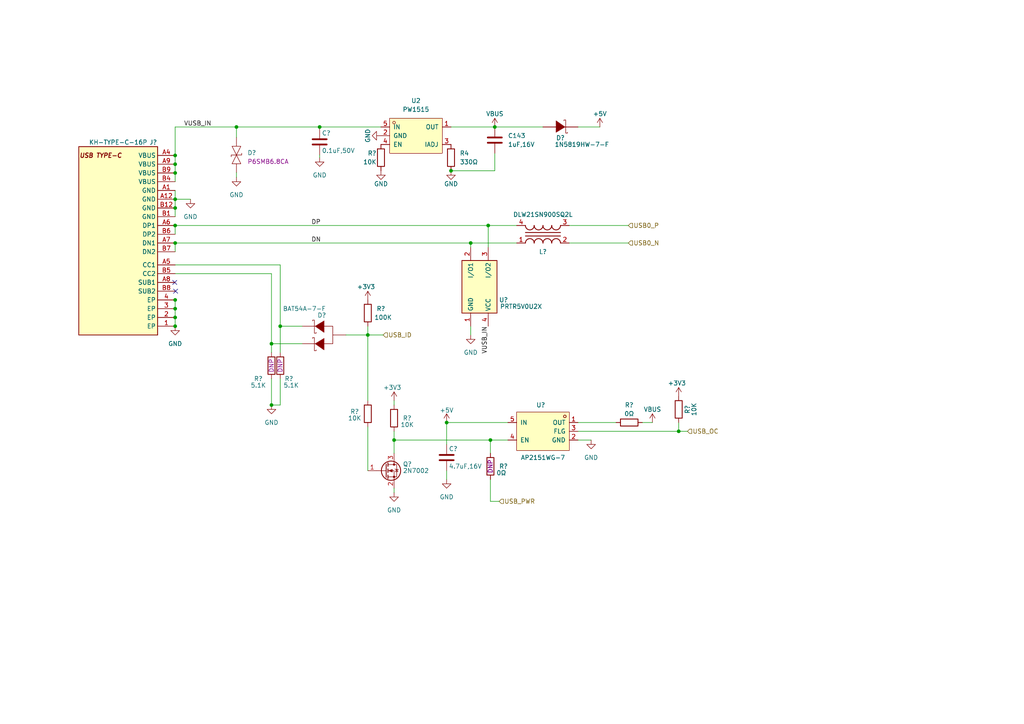
<source format=kicad_sch>
(kicad_sch (version 20230121) (generator eeschema)
  (paper "A4")
  (title_block (title "HPM6P00EVKRevB") (date "2024-10-13") (rev "RevB") (comment 1 "USB"))
  (lib_symbols
    (symbol "00_HPM_power:+3.3V" (power) (pin_names (offset 0))
      (property "Value" "+3.3V" (at 0 3.556 0))
      (symbol "+3.3V_0_1"
        (polyline (pts (xy -0.762 1.27) (xy 0 2.54)))
        (polyline (pts (xy 0 0) (xy 0 2.54)))
        (polyline (pts (xy 0 2.54) (xy 0.762 1.27)))
      )
      (symbol "+3.3V_1_1"
        (pin power_in line (at 0 0 90) (length 0) hide (name "+3V3") (number "1"))
      )
    )
    (symbol "00_HPM_power:+5V" (power) (pin_names (offset 0))
      (property "Value" "+5V" (at 0 3.556 0))
      (symbol "+5V_0_1"
        (polyline (pts (xy -0.762 1.27) (xy 0 2.54)))
        (polyline (pts (xy 0 0) (xy 0 2.54)))
        (polyline (pts (xy 0 2.54) (xy 0.762 1.27)))
      )
      (symbol "+5V_1_1"
        (pin power_in line (at 0 0 90) (length 0) hide (name "+5V") (number "1"))
      )
    )
    (symbol "00_HPM_power:GND" (power) (pin_names (offset 0))
      (property "Value" "GND" (at 0 -3.81 0))
      (symbol "GND_0_1"
        (polyline (pts (xy 0 0) (xy 0 -1.27) (xy 1.27 -1.27) (xy 0 -2.54) (xy -1.27 -1.27) (xy 0 -1.27)))
      )
      (symbol "GND_1_1"
        (pin power_in line (at 0 0 270) (length 0) hide (name "GND") (number "1"))
      )
    )
    (symbol "00_HPM_power:VBUS" (power) (pin_names (offset 0))
      (property "Value" "VBUS" (at 0 3.81 0))
      (symbol "VBUS_0_1"
        (polyline (pts (xy -0.762 1.27) (xy 0 2.54)))
        (polyline (pts (xy 0 0) (xy 0 2.54)))
        (polyline (pts (xy 0 2.54) (xy 0.762 1.27)))
      )
      (symbol "VBUS_1_1"
        (pin power_in line (at 0 0 90) (length 0) hide (name "VBUS") (number "1"))
      )
    )
    (symbol "02_HPM_Resistor:0Ω_0805" (pin_numbers hide) (pin_names (offset 0))
      (property "Reference" "R" (at 0 5.08 0))
      (property "Value" "0Ω" (at 1.27 7.62 0))
      (symbol "0Ω_0805_0_1"
        (rectangle (start 2.54 -1.016) (end -2.54 1.016) (stroke (width 0.254)))
      )
      (symbol "0Ω_0805_1_1"
        (pin passive line (at -3.81 0 0) (length 1.27) (name "~") (number "1"))
        (pin passive line (at 3.81 0 180) (length 1.27) (name "~") (number "2"))
      )
    )
    (symbol "02_HPM_Resistor:100K_0402" (pin_numbers hide) (pin_names (offset 0))
      (property "Reference" "R" (at 0 3.81 0))
      (property "Value" "100K" (at 0 6.35 0))
      (symbol "100K_0402_0_1"
        (rectangle (start 2.54 -1.016) (end -2.54 1.016) (stroke (width 0.254)))
      )
      (symbol "100K_0402_1_1"
        (pin passive line (at -3.81 0 0) (length 1.27) (name "~") (number "1"))
        (pin passive line (at 3.81 0 180) (length 1.27) (name "~") (number "2"))
      )
    )
    (symbol "02_HPM_Resistor:10K_0402" (pin_numbers hide) (pin_names (offset 0))
      (property "Reference" "R" (at 0 3.81 0))
      (property "Value" "10K" (at 0 6.35 0))
      (symbol "10K_0402_0_1"
        (rectangle (start 2.54 -1.016) (end -2.54 1.016) (stroke (width 0.254)))
      )
      (symbol "10K_0402_1_1"
        (pin passive line (at -3.81 0 0) (length 1.27) (name "~") (number "1"))
        (pin passive line (at 3.81 0 180) (length 1.27) (name "~") (number "2"))
      )
    )
    (symbol "02_HPM_Resistor:330Ω_0402" (pin_numbers hide) (pin_names (offset 0))
      (property "Reference" "R" (at 0 3.81 0))
      (property "Value" "330Ω" (at 0 6.35 0))
      (symbol "330Ω_0402_0_1"
        (rectangle (start 2.54 -1.016) (end -2.54 1.016) (stroke (width 0.254)))
      )
      (symbol "330Ω_0402_1_1"
        (pin passive line (at -3.81 0 0) (length 1.27) (name "~") (number "1"))
        (pin passive line (at 3.81 0 180) (length 1.27) (name "~") (number "2"))
      )
    )
    (symbol "02_HPM_Resistor:5.1K_0402" (pin_numbers hide) (pin_names (offset 0))
      (property "Reference" "R" (at 0 3.81 0))
      (property "Value" "5.1K" (at 0 7.62 0))
      (symbol "5.1K_0402_0_1"
        (rectangle (start 2.54 -1.016) (end -2.54 1.016) (stroke (width 0.254)))
      )
      (symbol "5.1K_0402_1_1"
        (pin passive line (at -3.81 0 0) (length 1.27) (name "~") (number "1"))
        (pin passive line (at 3.81 0 180) (length 1.27) (name "~") (number "2"))
      )
    )
    (symbol "03_HPM_Capacitance:0.1uF,50V_0402" (pin_numbers hide) (pin_names (offset 0.254))
      (property "Reference" "C" (at 0 10.16 0))
      (property "Value" "0.1uF,50V" (at -3.81 12.7 0))
      (symbol "0.1uF,50V_0402_0_1"
        (polyline (pts (xy -2.032 -0.762) (xy 2.032 -0.762)) (stroke (width 0.508)))
        (polyline (pts (xy -2.032 0.762) (xy 2.032 0.762)) (stroke (width 0.508)))
      )
      (symbol "0.1uF,50V_0402_1_1"
        (pin passive line (at 0 3.81 270) (length 2.794) (name "~") (number "1"))
        (pin passive line (at 0 -3.81 90) (length 2.794) (name "~") (number "2"))
      )
    )
    (symbol "03_HPM_Capacitance:1uF,16V_0402" (pin_numbers hide)
      (property "Reference" "C" (at 0 8.255 0))
      (property "Value" "1uF,16V" (at 0 11.43 0))
      (symbol "1uF,16V_0402_0_1"
        (polyline (pts (xy -2.032 -0.762) (xy 2.032 -0.762)) (stroke (width 0.508)))
        (polyline (pts (xy -2.032 0.762) (xy 2.032 0.762)) (stroke (width 0.508)))
      )
      (symbol "1uF,16V_0402_1_1"
        (pin passive line (at 0 3.81 270) (length 2.794) (name "~") (number "1"))
        (pin passive line (at 0 -3.81 90) (length 2.794) (name "~") (number "2"))
      )
    )
    (symbol "03_HPM_Capacitance:4.7uF,10V_0402" (pin_numbers hide) (pin_names (offset 0.254))
      (property "Reference" "C" (at 0.635 2.54 0))
      (property "Value" "4.7uF,10V" (at 0.635 -2.54 0))
      (symbol "4.7uF,10V_0402_0_1"
        (polyline (pts (xy -2.032 -0.762) (xy 2.032 -0.762)) (stroke (width 0.508)))
        (polyline (pts (xy -2.032 0.762) (xy 2.032 0.762)) (stroke (width 0.508)))
      )
      (symbol "4.7uF,10V_0402_1_1"
        (pin passive line (at 0 3.81 270) (length 2.794) (name "~") (number "1"))
        (pin passive line (at 0 -3.81 90) (length 2.794) (name "~") (number "2"))
      )
    )
    (symbol "04_HPM_Diode: 1N5819HW-7-F" (pin_numbers hide) (pin_names (offset 1.016) hide)
      (property "Reference" "D" (at 0 5.08 0))
      (property "Value" " 1N5819HW-7-F" (at -1.27 7.62 0))
      (symbol " 1N5819HW-7-F_1_1"
        (polyline (pts (xy 1.27 1.524) (xy -1.27 0) (xy -1.27 0) (xy 1.27 -1.778) (xy 1.27 -1.778) (xy 1.27 1.524)) (fill (type color) (color 132 0 0 1)))
        (polyline (pts (xy -2.032 1.524) (xy -2.032 1.778) (xy -2.032 1.778) (xy -1.524 1.778) (xy -1.524 1.778) (xy -1.524 -2.032) (xy -1.524 -2.032) (xy -1.016 -2.032) (xy -1.016 -2.032) (xy -1.016 -1.778)))
        (pin input line (at -5.08 0 0) (length 3.81) (name "K") (number "1"))
        (pin input line (at 5.08 0 180) (length 3.81) (name "A") (number "2"))
      )
    )
    (symbol "04_HPM_Diode:2N7002" (pin_names hide)
      (property "Reference" "Q" (at 5.08 1.905 0))
      (property "Value" "2N7002" (at 5.08 0 0))
      (symbol "2N7002_0_1"
        (polyline (pts (xy 0.254 0) (xy -2.54 0)))
        (polyline (pts (xy 0.254 1.905) (xy 0.254 -1.905)) (stroke (width 0.254)))
        (polyline (pts (xy 0.762 -1.27) (xy 0.762 -2.286)) (stroke (width 0.254)))
        (polyline (pts (xy 0.762 0.508) (xy 0.762 -0.508)) (stroke (width 0.254)))
        (polyline (pts (xy 0.762 2.286) (xy 0.762 1.27)) (stroke (width 0.254)))
        (polyline (pts (xy 2.54 2.54) (xy 2.54 1.778)))
        (polyline (pts (xy 2.54 -2.54) (xy 2.54 0) (xy 0.762 0)))
        (polyline (pts (xy 0.762 -1.778) (xy 3.302 -1.778) (xy 3.302 1.778) (xy 0.762 1.778)))
        (polyline (pts (xy 1.016 0) (xy 2.032 0.381) (xy 2.032 -0.381) (xy 1.016 0)) (fill (type outline)))
        (polyline (pts (xy 2.794 0.508) (xy 2.921 0.381) (xy 3.683 0.381) (xy 3.81 0.254)))
        (polyline (pts (xy 3.302 0.381) (xy 2.921 -0.254) (xy 3.683 -0.254) (xy 3.302 0.381)))
        (circle (center 1.651 0) (radius 2.794) (stroke (width 0.254)))
        (circle (center 2.54 -1.778) (radius 0.254) (fill (type outline)))
        (circle (center 2.54 1.778) (radius 0.254) (fill (type outline)))
      )
      (symbol "2N7002_1_1"
        (pin input line (at -5.08 0 0) (length 2.54) (name "G") (number "1"))
        (pin passive line (at 2.54 -5.08 90) (length 2.54) (name "S") (number "2"))
        (pin passive line (at 2.54 5.08 270) (length 2.54) (name "D") (number "3"))
      )
    )
    (symbol "04_HPM_Diode:BAT54A-7-F" (pin_numbers hide) (pin_names (offset 1.016) hide)
      (property "Reference" "D" (at -3.81 7.62 0))
      (property "Value" "BAT54A-7-F" (at 7.62 5.08 0))
      (symbol "BAT54A-7-F_1_1"
        (polyline (pts (xy -0.635 -1.905) (xy 3.175 -1.905)) (stroke (width 0.1524)))
        (polyline (pts (xy -0.635 3.175) (xy 3.175 3.175) (xy 3.175 -1.905)) (stroke (width 0.1524)))
        (polyline (pts (xy 0.635 -0.381) (xy -1.905 -1.905) (xy 0.635 -3.683) (xy 0.635 -0.381)) (stroke (width 0.1524)) (fill (type outline)))
        (polyline (pts (xy 0.635 4.699) (xy -1.905 3.175) (xy 0.635 1.397) (xy 0.635 4.699)) (stroke (width 0.1524)) (fill (type outline)))
        (polyline (pts (xy -2.667 -0.381) (xy -2.667 -0.127) (xy -2.159 -0.127) (xy -2.159 -3.937) (xy -1.651 -3.937) (xy -1.651 -3.683)) (stroke (width 0.1524)))
        (polyline (pts (xy -2.667 4.699) (xy -2.667 4.953) (xy -2.159 4.953) (xy -2.159 1.143) (xy -1.651 1.143) (xy -1.651 1.397)) (stroke (width 0.1524)))
        (pin input line (at -5.715 3.175 0) (length 3.81) (name "A") (number "1"))
        (pin input line (at -5.715 -1.905 0) (length 3.81) (name "A") (number "2"))
        (pin input line (at 6.985 0.635 180) (length 3.81) (name "K") (number "3"))
      )
    )
    (symbol "04_HPM_Diode:P6SMB6.8CA" (pin_numbers hide) (pin_names (offset 1.016) hide)
      (property "Reference" "D" (at 0 4.064 0))
      (property "Value" "P6SMB6.8CA" (at 0 9.144 0))
      (symbol "P6SMB6.8CA_1_1"
        (polyline (pts (xy -2.54 1.27) (xy 0 0) (xy -2.54 -1.27) (xy -2.54 1.27)) (stroke (width 0.1524)))
        (polyline (pts (xy 2.54 1.27) (xy 0 0) (xy 2.54 -1.27) (xy 2.54 1.27)) (stroke (width 0.1524)))
        (polyline (pts (xy -0.508 1.524) (xy -0.508 1.524) (xy 0 1.524) (xy 0 -1.524) (xy 0.508 -1.524) (xy 0.508 -1.524)) (stroke (width 0.1524)))
        (pin input line (at -5.08 0 0) (length 2.54) (name "1") (number "1"))
        (pin input line (at 5.08 0 180) (length 2.54) (name "2") (number "2"))
      )
    )
    (symbol "04_HPM_Diode:PRTR5V0U2X"
      (property "Reference" "U" (at 11.43 -6.35 0))
      (property "Value" "PRTR5V0U2X" (at 10.16 -29.21 0))
      (symbol "PRTR5V0U2X_1_0"
        (rectangle (start 2.54 -7.62) (end 12.7 -22.86) (stroke (width 0.254)) (fill (type background)))
        (pin passive line (at 5.08 -26.67 90) (length 3.81) (name "GND") (number "1"))
        (pin passive line (at 5.08 -3.81 270) (length 3.81) (name "I/O1") (number "2"))
        (pin passive line (at 10.16 -3.81 270) (length 3.81) (name "I/O2") (number "3"))
        (pin passive line (at 10.16 -26.67 90) (length 3.81) (name "VCC") (number "4"))
      )
    )
    (symbol "05_HPM_Connector_Other:USB_Type-C"
      (property "Reference" "J" (at 21.59 1.27 0))
      (property "Value" "USB_Type-C" (at 11.43 1.27 0))
      (symbol "USB_Type-C_1_0"
        (rectangle (start 0 0) (end 22.86 -54.61) (stroke (width 0.254)) (fill (type background)))
        (pin passive line (at 27.94 -52.07 180) (length 5.08) (name "EP") (number "1"))
        (pin passive line (at 27.94 -49.53 180) (length 5.08) (name "EP") (number "2"))
        (pin passive line (at 27.94 -46.99 180) (length 5.08) (name "EP") (number "3"))
        (pin passive line (at 27.94 -44.45 180) (length 5.08) (name "EP") (number "4"))
        (pin passive line (at 27.94 -12.7 180) (length 5.08) (name "GND") (number "A1"))
        (pin passive line (at 27.94 -15.24 180) (length 5.08) (name "GND") (number "A12"))
        (pin passive line (at 27.94 -2.54 180) (length 5.08) (name "VBUS") (number "A4"))
        (pin passive line (at 27.94 -34.29 180) (length 5.08) (name "CC1") (number "A5"))
        (pin passive line (at 27.94 -22.86 180) (length 5.08) (name "DP1") (number "A6"))
        (pin passive line (at 27.94 -27.94 180) (length 5.08) (name "DN1") (number "A7"))
        (pin passive line (at 27.94 -39.37 180) (length 5.08) (name "SUB1") (number "A8"))
        (pin passive line (at 27.94 -5.08 180) (length 5.08) (name "VBUS") (number "A9"))
        (pin passive line (at 27.94 -20.32 180) (length 5.08) (name "GND") (number "B1"))
        (pin passive line (at 27.94 -17.78 180) (length 5.08) (name "GND") (number "B12"))
        (pin passive line (at 27.94 -10.16 180) (length 5.08) (name "VBUS") (number "B4"))
        (pin passive line (at 27.94 -36.83 180) (length 5.08) (name "CC2") (number "B5"))
        (pin passive line (at 27.94 -25.4 180) (length 5.08) (name "DP2") (number "B6"))
        (pin passive line (at 27.94 -30.48 180) (length 5.08) (name "DN2") (number "B7"))
        (pin passive line (at 27.94 -41.91 180) (length 5.08) (name "SUB2") (number "B8"))
        (pin passive line (at 27.94 -7.62 180) (length 5.08) (name "VBUS") (number "B9"))
      )
      (symbol "USB_Type-C_1_1"
        (text "USB TYPE-C" (at 6.35 -2.54 0) (effects (font (size 1.27 1.27) bold italic)))
      )
    )
    (symbol "07_HPM_Inductance:DLW21SN900SQ2L"
      (property "Reference" "L" (at 8.89 -1.27 0))
      (property "Value" "DLW21SN900SQ2L" (at 8.89 -9.525 0))
      (symbol "DLW21SN900SQ2L_1_0"
        (polyline (pts (xy 3.81 -5.588) (xy 13.97 -5.588)) (stroke (width 0.254)))
        (polyline (pts (xy 3.81 -4.572) (xy 13.97 -4.572)) (stroke (width 0.254)))
        (arc (start 3.81 -2.54) (mid 5.08 -3.8045) (end 6.35 -2.54) (stroke (width 0.254)))
        (arc (start 6.35 -7.62) (mid 5.08 -6.3555) (end 3.81 -7.62) (stroke (width 0.254)))
        (arc (start 6.35 -2.54) (mid 7.62 -3.8045) (end 8.89 -2.54) (stroke (width 0.254)))
        (arc (start 8.89 -7.62) (mid 7.62 -6.3555) (end 6.35 -7.62) (stroke (width 0.254)))
        (arc (start 8.89 -2.54) (mid 10.16 -3.8045) (end 11.43 -2.54) (stroke (width 0.254)))
        (arc (start 11.43 -7.62) (mid 10.16 -6.3555) (end 8.89 -7.62) (stroke (width 0.254)))
        (arc (start 11.43 -2.54) (mid 12.7 -3.8045) (end 13.97 -2.54) (stroke (width 0.254)))
        (arc (start 13.97 -7.62) (mid 12.7 -6.3555) (end 11.43 -7.62) (stroke (width 0.254)))
        (pin passive line (at 1.27 -7.62 0) (length 2.54) (name "") (number "1"))
        (pin passive line (at 16.51 -7.62 180) (length 2.54) (name "") (number "2"))
        (pin passive line (at 16.51 -2.54 180) (length 2.54) (name "") (number "3"))
        (pin passive line (at 1.27 -2.54 0) (length 2.54) (name "") (number "4"))
      )
    )
    (symbol "08_HPM_Power_IC:AP2151WG-7" (pin_names (offset 1.016))
      (property "Reference" "U" (at -6.35 6.35 0))
      (property "Value" "AP2151WG-7" (at 0 -7.62 0))
      (symbol "AP2151WG-7_1_1"
        (rectangle (start -7.62 -5.588) (end 7.62 5.588) (fill (type background)))
        (circle (center -6.35 4.318) (radius 0.381))
        (circle (center -6.35 4.318) (radius 0.381))
        (pin input line (at -10.16 2.54 0) (length 2.54) (name "OUT") (number "1"))
        (pin input line (at -10.16 -2.54 0) (length 2.54) (name "GND") (number "2"))
        (pin input line (at -10.16 0 0) (length 2.54) (name "FLG") (number "3"))
        (pin input line (at 10.16 -2.54 180) (length 2.54) (name "EN") (number "4"))
        (pin input line (at 10.16 2.54 180) (length 2.54) (name "IN") (number "5"))
      )
    )
    (symbol "08_HPM_Power_IC:PW1515" (pin_names (offset 1.016))
      (property "Reference" "U" (at -6.35 6.35 0))
      (property "Value" "PW1515" (at 0 -6.35 0))
      (symbol "PW1515_1_1"
        (rectangle (start -7.62 -5.08) (end 7.62 5.08) (fill (type background)))
        (circle (center -6.35 3.81) (radius 0.381))
        (pin input line (at 10.16 2.54 180) (length 2.54) (name "OUT") (number "1"))
        (pin input line (at -10.16 0 0) (length 2.54) (name "GND") (number "2"))
        (pin input line (at 10.16 -2.54 180) (length 2.54) (name "IADJ") (number "3"))
        (pin input line (at -10.16 -2.54 0) (length 2.54) (name "EN") (number "4"))
        (pin input line (at -10.16 2.54 0) (length 2.54) (name "IN") (number "5"))
      )
    )
    (symbol "power:GND" (power) (pin_names (offset 0))
      (property "Value" "GND" (at 0 -3.81 0))
      (symbol "GND_0_1"
        (polyline (pts (xy 0 0) (xy 0 -1.27) (xy 1.27 -1.27) (xy 0 -2.54) (xy -1.27 -1.27) (xy 0 -1.27)))
      )
      (symbol "GND_1_1"
        (pin power_in line (at 0 0 270) (length 0) hide (name "GND") (number "1"))
      )
    )
    (symbol "power:VBUS" (power) (pin_names (offset 0))
      (property "Value" "VBUS" (at 0 3.81 0))
      (symbol "VBUS_0_1"
        (polyline (pts (xy -0.762 1.27) (xy 0 2.54)))
        (polyline (pts (xy 0 0) (xy 0 2.54)))
        (polyline (pts (xy 0 2.54) (xy 0.762 1.27)))
      )
      (symbol "VBUS_1_1"
        (pin power_in line (at 0 0 90) (length 0) hide (name "VBUS") (number "1"))
      )
    )
  )
  (junction (at 50.8 50.165))
  (junction (at 130.81 49.53))
  (junction (at 50.8 47.625))
  (junction (at 92.71 36.83))
  (junction (at 50.8 92.075))
  (junction (at 50.8 94.615))
  (junction (at 143.51 36.83))
  (junction (at 114.3 127.635))
  (junction (at 68.58 36.83))
  (junction (at 142.24 127.635))
  (junction (at 50.8 57.785))
  (junction (at 78.74 117.475))
  (junction (at 78.74 99.695))
  (junction (at 141.605 65.405))
  (junction (at 196.85 125.095))
  (junction (at 50.8 70.485))
  (junction (at 136.525 70.485))
  (junction (at 50.8 65.405))
  (junction (at 81.28 94.615))
  (junction (at 129.54 122.555))
  (junction (at 50.8 89.535))
  (junction (at 50.8 86.995))
  (junction (at 50.8 45.085))
  (junction (at 106.68 97.155))
  (junction (at 50.8 60.325))
  (no_connect (at 50.927 84.455))
  (no_connect (at 50.673 81.915))
  (wire (pts (xy 143.51 44.45) (xy 143.51 49.53)))
  (wire (pts (xy 114.3 127.635) (xy 142.24 127.635)))
  (wire (pts (xy 196.85 125.095) (xy 199.39 125.095)))
  (wire (pts (xy 50.8 45.085) (xy 50.8 47.625)))
  (wire (pts (xy 50.8 65.405) (xy 50.8 67.945)))
  (wire (pts (xy 50.8 92.075) (xy 50.8 94.615)))
  (wire (pts (xy 50.8 89.535) (xy 50.8 92.075)))
  (wire (pts (xy 136.525 70.485) (xy 136.525 71.755)))
  (wire (pts (xy 167.64 36.83) (xy 173.99 36.83)))
  (wire (pts (xy 144.78 145.415) (xy 142.24 145.415)))
  (wire (pts (xy 171.45 127.635) (xy 167.64 127.635)))
  (wire (pts (xy 165.1 65.405) (xy 182.245 65.405)))
  (wire (pts (xy 114.3 127.635) (xy 114.3 131.445)))
  (wire (pts (xy 81.28 109.855) (xy 81.28 117.475)))
  (wire (pts (xy 92.71 36.83) (xy 110.49 36.83)))
  (wire (pts (xy 50.8 57.785) (xy 55.245 57.785)))
  (wire (pts (xy 50.8 86.868) (xy 50.8 86.995)))
  (wire (pts (xy 114.3 142.875) (xy 114.3 141.605)))
  (wire (pts (xy 92.71 45.72) (xy 92.71 44.958)))
  (wire (pts (xy 143.51 49.53) (xy 130.81 49.53)))
  (wire (pts (xy 114.3 125.095) (xy 114.3 127.635)))
  (wire (pts (xy 50.8 79.375) (xy 78.74 79.375)))
  (wire (pts (xy 50.8 47.625) (xy 50.8 50.165)))
  (wire (pts (xy 106.68 123.825) (xy 106.68 136.525)))
  (wire (pts (xy 141.605 65.405) (xy 149.86 65.405)))
  (wire (pts (xy 50.8 76.835) (xy 81.28 76.835)))
  (wire (pts (xy 68.58 36.83) (xy 68.58 39.878)))
  (wire (pts (xy 50.8 70.485) (xy 136.525 70.485)))
  (wire (pts (xy 114.3 116.205) (xy 114.3 117.475)))
  (wire (pts (xy 50.8 60.325) (xy 50.8 62.865)))
  (wire (pts (xy 106.68 97.155) (xy 106.68 116.205)))
  (wire (pts (xy 130.81 36.83) (xy 143.51 36.83)))
  (wire (pts (xy 81.28 94.615) (xy 81.28 102.235)))
  (wire (pts (xy 50.8 36.83) (xy 50.8 45.085)))
  (wire (pts (xy 78.74 99.695) (xy 78.74 102.235)))
  (wire (pts (xy 81.28 76.835) (xy 81.28 94.615)))
  (wire (pts (xy 68.58 50.038) (xy 68.58 51.435)))
  (wire (pts (xy 189.23 122.555) (xy 186.309 122.555)))
  (wire (pts (xy 81.28 117.475) (xy 78.74 117.475)))
  (wire (pts (xy 147.32 127.635) (xy 142.24 127.635)))
  (wire (pts (xy 196.85 122.555) (xy 196.85 125.095)))
  (wire (pts (xy 142.24 139.065) (xy 142.24 145.415)))
  (wire (pts (xy 167.64 122.555) (xy 178.689 122.555)))
  (wire (pts (xy 50.8 57.785) (xy 50.8 60.325)))
  (wire (pts (xy 92.71 36.83) (xy 92.71 37.338)))
  (wire (pts (xy 50.8 65.405) (xy 141.605 65.405)))
  (wire (pts (xy 143.51 36.83) (xy 157.48 36.83)))
  (wire (pts (xy 167.64 125.095) (xy 196.85 125.095)))
  (wire (pts (xy 100.33 97.155) (xy 106.68 97.155)))
  (wire (pts (xy 78.74 79.375) (xy 78.74 99.695)))
  (wire (pts (xy 50.8 70.485) (xy 50.8 73.025)))
  (wire (pts (xy 68.58 36.83) (xy 92.71 36.83)))
  (wire (pts (xy 106.68 94.615) (xy 106.68 97.155)))
  (wire (pts (xy 165.1 70.485) (xy 182.245 70.485)))
  (wire (pts (xy 78.74 99.695) (xy 87.63 99.695)))
  (wire (pts (xy 129.54 122.555) (xy 147.32 122.555)))
  (wire (pts (xy 50.8 36.83) (xy 68.58 36.83)))
  (wire (pts (xy 142.24 127.635) (xy 142.24 131.445)))
  (wire (pts (xy 129.54 122.555) (xy 129.54 128.905)))
  (wire (pts (xy 78.74 109.855) (xy 78.74 117.475)))
  (wire (pts (xy 136.525 94.615) (xy 136.525 97.155)))
  (wire (pts (xy 81.28 94.615) (xy 87.63 94.615)))
  (wire (pts (xy 50.8 86.995) (xy 50.8 89.535)))
  (wire (pts (xy 50.8 55.245) (xy 50.8 57.785)))
  (wire (pts (xy 50.8 50.165) (xy 50.8 52.705)))
  (wire (pts (xy 141.605 65.405) (xy 141.605 71.755)))
  (wire (pts (xy 136.525 70.485) (xy 149.86 70.485)))
  (wire (pts (xy 129.54 139.065) (xy 129.54 136.525)))
  (wire (pts (xy 106.68 97.155) (xy 111.125 97.155)))
  (label "VUSB_IN" (at 53.34 36.83 0))
  (label "DN" (at 90.297 70.485 0))
  (label "VUSB_IN" (at 141.605 94.615 270))
  (label "DP" (at 90.297 65.405 0))
  (hierarchical_label "USB_ID" (shape input) (at 111.125 97.155 0))
  (hierarchical_label "USB0_N" (shape input) (at 182.245 70.485 0))
  (hierarchical_label "USB0_P" (shape input) (at 182.245 65.405 0))
  (hierarchical_label "USB_PWR" (shape input) (at 144.78 145.415 0))
  (hierarchical_label "USB_OC" (shape input) (at 199.39 125.095 0))
  (symbol (lib_id "00_HPM_power:GND") (at 50.8 94.615 0) (unit 1)
    (property "Reference" "#PWR?" (effects hide))
    (property "Value" "GND" (at 50.8 99.695 0))
    (instances (project "HPM62_63_144_ADC_EVK_RevC" (path "" (reference "#PWR?") (unit 1))) (project "HPM600ADCEVKRevB" (path "" (reference "#PWR078") (unit 1)) (path "" (reference "#PWR0134") (unit 1))))
  )
  (symbol (lib_id "00_HPM_power:GND") (at 136.525 97.155 0) (unit 1)
    (property "Reference" "#PWR?" (effects hide))
    (property "Value" "GND" (at 136.525 102.235 0))
    (instances (project "HPM62_63_144_ADC_EVK_RevC" (path "" (reference "#PWR?") (unit 1))) (project "HPM600ADCEVKRevB" (path "" (reference "#PWR078") (unit 1)) (path "" (reference "#PWR0145") (unit 1))))
  )
  (symbol (lib_id "00_HPM_power:+5V") (at 129.54 122.555 0) (unit 1)
    (property "Reference" "#PWR?" (effects hide))
    (property "Value" "+5V" (at 129.54 118.999 0))
    (instances (project "HPM62_63_144_ADC_EVK_RevC" (path "" (reference "#PWR?") (unit 1))) (project "Four_Servo_HPM6280_MB" (path "" (reference "#PWR?") (unit 1))) (project "HPM600ADCEVKRevB" (path "" (reference "#PWR0143") (unit 1))))
  )
  (symbol (lib_id "00_HPM_power:+3.3V") (at 106.68 86.995 0) (unit 1)
    (property "Reference" "#PWR?" (effects hide))
    (property "Value" "+3.3V" (at 103.505 83.185 0) (effects (justify left)))
    (instances (project "HPM5300-POWER" (path "" (reference "#PWR?") (unit 1))) (project "HPM6E00 SKT Board BGA289_BDIF REVA" (path "" (reference "#PWR?") (unit 1))) (project "HPM600ADCEVKRevB" (path "" (reference "#PWR01") (unit 1)) (path "" (reference "#PWR097") (unit 1)) (path "" (reference "#PWR0139") (unit 1))) (project "HPM5300 SKT Board LQFP100 REVA" (path "" (reference "#PWR?") (unit 1))))
  )
  (symbol (lib_id "00_HPM_power:GND") (at 78.74 117.475 0) (unit 1)
    (property "Reference" "#PWR?" (effects hide))
    (property "Value" "GND" (at 78.74 122.555 0))
    (instances (project "HPM62_63_144_ADC_EVK_RevC" (path "" (reference "#PWR?") (unit 1))) (project "HPM600ADCEVKRevB" (path "" (reference "#PWR078") (unit 1)) (path "" (reference "#PWR0137") (unit 1))))
  )
  (symbol (lib_id "02_HPM_Resistor:10K_0402") (at 142.24 135.255 90) (unit 1)
    (property "Reference" "R?" (at 146.05 135.255 90))
    (property "Value" "0Ω" (at 145.415 137.16 90))
    (property "Footprint" "02_HPM_Resistor:R_0402_1005Metric" (effects hide))
    (property "DNP" "DNP" (at 142.24 135.255 0))
    (property "Model" "0402WGF1002TCE" (effects hide))
    (property "Company" "UNI-ROYAL(厚声)" (effects hide))
    (instances (project "HPM62_63_144_ADC_EVK_RevC" (path "" (reference "R?") (unit 1))) (project "Four_Servo_HPM6280_MB" (path "" (reference "R?") (unit 1))) (project "HPM600ADCEVKRevB" (path "" (reference "R25") (unit 1))))
  )
  (symbol (lib_id "00_HPM_power:GND") (at 114.3 142.875 0) (unit 1)
    (property "Reference" "#PWR?" (effects hide))
    (property "Value" "GND" (at 114.3 147.955 0))
    (instances (project "HPM62_63_144_ADC_EVK_RevC" (path "" (reference "#PWR?") (unit 1))) (project "HPM600ADCEVKRevB" (path "" (reference "#PWR078") (unit 1)) (path "" (reference "#PWR0142") (unit 1))))
  )
  (symbol (lib_id "04_HPM_Diode:2N7002") (at 111.76 136.525 0) (unit 1)
    (property "Reference" "Q?" (at 116.84 134.62 0) (effects (justify left)))
    (property "Value" "2N7002" (at 116.84 136.525 0) (effects (justify left)))
    (property "Footprint" "06_HPM_SOT:SOT-23" (effects hide))
    (property "Datasheet" "https://www.onsemi.com/pub/Collateral/NDS7002A-D.PDF" (effects hide))
    (property "Model" "2N7002" (effects hide))
    (property "Company" " CJ(江苏长电/长晶) " (effects hide))
    (instances (project "HPM62_63_144_ADC_EVK_RevC" (path "" (reference "Q?") (unit 1))) (project "Four_Servo_HPM6280_MB" (path "" (reference "Q?") (unit 1))) (project "HPM600ADCEVKRevB" (path "" (reference "Q1") (unit 1))))
  )
  (symbol (lib_id "03_HPM_Capacitance:4.7uF,10V_0402") (at 129.54 132.715 0) (unit 1)
    (property "Reference" "C?" (at 130.175 130.175 0) (effects (justify left)))
    (property "Value" "4.7uF,16V" (at 130.175 135.255 0) (effects (justify left)))
    (property "Footprint" "03_HPM_Capacitance:C_0402_1005Metric" (effects hide))
    (property "Model" " CL05A475MP5NRNC" (effects hide))
    (property "Company" " SAMSUNG(三星)" (effects hide))
    (instances (project "HPM62_63_144_ADC_EVK_RevC" (path "" (reference "C?") (unit 1))) (project "Four_Servo_HPM6280_MB" (path "" (reference "C?") (unit 1))) (project "HPM600ADCEVKRevB" (path "" (reference "C7") (unit 1))))
  )
  (symbol (lib_id "00_HPM_power:+3.3V") (at 196.85 114.935 0) (unit 1)
    (property "Reference" "#PWR?" (effects hide))
    (property "Value" "+3.3V" (at 193.675 111.125 0) (effects (justify left)))
    (instances (project "HPM5300-POWER" (path "" (reference "#PWR?") (unit 1))) (project "HPM6E00 SKT Board BGA289_BDIF REVA" (path "" (reference "#PWR?") (unit 1))) (project "HPM600ADCEVKRevB" (path "" (reference "#PWR01") (unit 1)) (path "" (reference "#PWR097") (unit 1)) (path "" (reference "#PWR0152") (unit 1))) (project "HPM5300 SKT Board LQFP100 REVA" (path "" (reference "#PWR?") (unit 1))))
  )
  (symbol (lib_id "04_HPM_Diode:P6SMB6.8CA") (at 68.58 44.958 90) (unit 1)
    (property "Reference" "D?" (at 71.755 44.323 90) (effects (justify right)))
    (property "Value" "SMB/DO-214AA_P6SMB6.8CA" (effects hide))
    (property "Footprint" "04_HPM_Diode:SMB_(DO-214AA)" (effects hide))
    (property "Datasheet" "http://www.szlcsc.com/product/details_79530.html" (effects hide))
    (property "description" "TVS" (effects hide))
    (property "ComponentLink1Description" "供应商链接" (effects hide))
    (property "Package" "SMB/DO-214AA" (effects hide))
    (property "Supplier" "LC" (effects hide))
    (property "SuppliersPartNumber" "C78395" (effects hide))
    (property "Comment" "P6SMB6.8CA" (at 71.755 46.863 90) (effects (justify right)))
    (property "Model" "P6SMB6.8CA/TR13" (effects hide))
    (property "Company" " Brightking(君耀电子) " (effects hide))
    (instances (project "HPM62_63_144_ADC_EVK_RevC" (path "" (reference "D?") (unit 1)) (path "" (reference "D?") (unit 1)) (path "" (reference "D?") (unit 1))) (project "HPM600ADCEVKRevB" (path "" (reference "D6") (unit 1))))
  )
  (symbol (lib_id "00_HPM_power:GND") (at 92.71 45.72 0) (unit 1)
    (property "Reference" "#PWR?" (effects hide))
    (property "Value" "GND" (at 92.71 50.8 0))
    (instances (project "HPM62_63_144_ADC_EVK_RevC" (path "" (reference "#PWR?") (unit 1))) (project "HPM600ADCEVKRevB" (path "" (reference "#PWR078") (unit 1)) (path "" (reference "#PWR0136") (unit 1))))
  )
  (symbol (lib_id "07_HPM_Inductance:DLW21SN900SQ2L") (at 148.59 62.865 0) (unit 1)
    (property "Reference" "L?" (at 157.48 73.025 0))
    (property "Value" "DLW21SN900SQ2L" (at 157.48 62.23 0))
    (property "Footprint" "07_HPM_Inductance:L2012" (effects hide))
    (property "Model" "DLW21SN900SQ2L" (effects hide))
    (property "Company" "muRata(村田)" (effects hide))
    (instances (project "HPM62_63_144_ADC_EVK_RevC" (path "" (reference "L?") (unit 1))) (project "Four_Servo_HPM6280_MB" (path "" (reference "L?") (unit 1))) (project "HPM600ADCEVKRevB" (path "" (reference "L2") (unit 1))))
  )
  (symbol (lib_id "08_HPM_Power_IC:PW1515") (at 120.65 39.37 0) (unit 1)
    (property "Reference" "U2" (at 120.65 29.21 0))
    (property "Value" "PW1515" (at 120.65 31.75 0))
    (property "Footprint" "06_HPM_SOT:SOT-23-5" (effects hide))
    (property "Model" "PW1515" (effects hide))
    (property "Company" "平芯微" (effects hide))
  )
  (symbol (lib_id "03_HPM_Capacitance:0.1uF,50V_0402") (at 92.71 41.148 0) (unit 1)
    (property "Reference" "C?" (at 93.345 38.608 0) (effects (justify left)))
    (property "Value" "0.1uF,50V" (at 93.345 43.688 0) (effects (justify left)))
    (property "Footprint" "03_HPM_Capacitance:C_0402_1005Metric" (effects hide))
    (property "Model" "0402B104K500NT" (effects hide))
    (property "Company" "SAMSUNG(三星)" (effects hide))
    (instances (project "HPM62_63_144_ADC_EVK_RevC" (path "" (reference "C?") (unit 1))) (project "Four_Servo_HPM6280_MB" (path "" (reference "C?") (unit 1))) (project "HPM600ADCEVKRevB" (path "" (reference "C6") (unit 1))))
  )
  (symbol (lib_id "00_HPM_power:GND") (at 129.54 139.065 0) (unit 1)
    (property "Reference" "#PWR?" (effects hide))
    (property "Value" "GND" (at 129.54 144.145 0))
    (instances (project "HPM62_63_144_ADC_EVK_RevC" (path "" (reference "#PWR?") (unit 1))) (project "HPM600ADCEVKRevB" (path "" (reference "#PWR078") (unit 1)) (path "" (reference "#PWR0144") (unit 1))))
  )
  (symbol (lib_id "00_HPM_power:+3.3V") (at 114.3 116.205 0) (unit 1)
    (property "Reference" "#PWR?" (effects hide))
    (property "Value" "+3.3V" (at 111.125 112.395 0) (effects (justify left)))
    (instances (project "HPM5300-POWER" (path "" (reference "#PWR?") (unit 1))) (project "HPM6E00 SKT Board BGA289_BDIF REVA" (path "" (reference "#PWR?") (unit 1))) (project "HPM600ADCEVKRevB" (path "" (reference "#PWR01") (unit 1)) (path "" (reference "#PWR097") (unit 1)) (path "" (reference "#PWR0141") (unit 1))) (project "HPM5300 SKT Board LQFP100 REVA" (path "" (reference "#PWR?") (unit 1))))
  )
  (symbol (lib_id "02_HPM_Resistor:100K_0402") (at 106.68 90.805 90) (unit 1)
    (property "Reference" "R?" (at 110.49 89.535 90))
    (property "Value" "100K" (at 111.125 92.075 90))
    (property "Footprint" "02_HPM_Resistor:R_0402_1005Metric" (effects hide))
    (property "Model" "0402WGF1003TCE" (effects hide))
    (property "Company" "UNI-ROYAL(厚声)" (effects hide))
    (instances (project "HPM62_63_144_ADC_EVK_RevC" (path "" (reference "R?") (unit 1))) (project "Four_Servo_HPM6280_MB" (path "" (reference "R?") (unit 1))) (project "HPM600ADCEVKRevB" (path "" (reference "R22") (unit 1))))
  )
  (symbol (lib_id "04_HPM_Diode:PRTR5V0U2X") (at 131.445 67.945 0) (unit 1)
    (property "Reference" "U?" (at 146.05 86.995 0))
    (property "Value" "PRTR5V0U2X" (at 151.13 88.9 0))
    (property "Footprint" "06_HPM_SOT:SOT-143" (effects hide))
    (property "Model" "PRTR5V0U2X" (effects hide))
    (property "Company" "TECH PUBLIC(台舟)" (effects hide))
    (instances (project "HPM62_63_144_ADC_EVK_RevC" (path "" (reference "U?") (unit 1))) (project "Four_Servo_HPM6280_MB" (path "" (reference "U?") (unit 1))) (project "HPM600ADCEVKRevB" (path "" (reference "U5") (unit 1))))
  )
  (symbol (lib_id "02_HPM_Resistor:5.1K_0402") (at 78.74 106.045 270) (unit 1)
    (property "Reference" "R?" (at 74.93 109.855 90))
    (property "Value" "5.1K" (at 74.93 111.76 90))
    (property "Footprint" "02_HPM_Resistor:R_0402_1005Metric" (effects hide))
    (property "Model" "0402WGF5101TCE" (effects hide))
    (property "Company" "UNI-ROYAL(厚声)" (effects hide))
    (property "ASSY_OPT" "DNP" (at 78.74 106.045 0))
    (instances (project "HPM62_63_144_ADC_EVK_RevC" (path "" (reference "R?") (unit 1))) (project "Four_Servo_HPM6280_MB" (path "" (reference "R?") (unit 1))) (project "HPM600ADCEVKRevB" (path "" (reference "R17") (unit 1))))
  )
  (symbol (lib_id "02_HPM_Resistor:5.1K_0402") (at 81.28 106.045 270) (unit 1)
    (property "Reference" "R?" (at 83.82 109.855 90))
    (property "Value" "5.1K" (at 84.455 111.76 90))
    (property "Footprint" "02_HPM_Resistor:R_0402_1005Metric" (effects hide))
    (property "Model" "0402WGF5101TCE" (effects hide))
    (property "Company" "UNI-ROYAL(厚声)" (effects hide))
    (property "ASSY_OPT" "DNP" (at 81.28 106.045 0))
    (instances (project "HPM62_63_144_ADC_EVK_RevC" (path "" (reference "R?") (unit 1))) (project "Four_Servo_HPM6280_MB" (path "" (reference "R?") (unit 1))) (project "HPM600ADCEVKRevB" (path "" (reference "R20") (unit 1))))
  )
  (symbol (lib_id "08_HPM_Power_IC:AP2151WG-7") (at 157.48 125.095 0) (mirror y) (unit 1)
    (property "Reference" "U?" (at 156.845 117.475 0))
    (property "Value" "AP2151WG-7" (at 157.48 132.715 0))
    (property "Footprint" "06_HPM_SOT:SOT-23-5" (effects hide))
    (property "SuppliersPartNumber" "C110464" (effects hide))
    (property "Model" "AP2151WG-7" (effects hide))
    (property "Company" "DIODES(美台)" (effects hide))
    (instances (project "HPM62_63_144_ADC_EVK_RevC" (path "" (reference "U?") (unit 1))) (project "Four_Servo_HPM6280_MB" (path "" (reference "U?") (unit 1))) (project "HPM600ADCEVKRevB" (path "" (reference "U6") (unit 1))))
  )
  (symbol (lib_id "00_HPM_power:GND") (at 68.58 51.435 0) (unit 1)
    (property "Reference" "#PWR?" (effects hide))
    (property "Value" "GND" (at 68.58 56.515 0))
    (instances (project "HPM62_63_144_ADC_EVK_RevC" (path "" (reference "#PWR?") (unit 1))) (project "HPM600ADCEVKRevB" (path "" (reference "#PWR078") (unit 1)) (path "" (reference "#PWR0127") (unit 1))))
  )
  (symbol (lib_id "04_HPM_Diode: 1N5819HW-7-F") (at 162.56 36.83 180) (unit 1)
    (property "Reference" "D?" (at 162.56 40.005 0))
    (property "Value" " 1N5819HW-7-F" (at 168.275 41.91 0))
    (property "Footprint" "04_HPM_Diode:D_SOD-123" (effects hide))
    (property "SuppliersPartNumber" "C115726" (effects hide))
    (property "Model" "1N5819HW-7-F" (effects hide))
    (property "Company" "DIODES(美台)" (effects hide))
    (instances (project "HPM62_63_144_ADC_EVK_RevC" (path "" (reference "D?") (unit 1))) (project "Four_Servo_HPM6280_MB" (path "" (reference "D?") (unit 1))) (project "HPM600ADCEVKRevB" (path "" (reference "D4") (unit 1))))
  )
  (symbol (lib_id "00_HPM_power:VBUS") (at 189.23 122.555 0) (unit 1)
    (property "Reference" "#PWR?" (effects hide))
    (property "Value" "VBUS" (at 189.23 118.745 0))
    (instances (project "HPM62_63_144_ADC_EVK_RevC" (path "" (reference "#PWR?") (unit 1))) (project "Four_Servo_HPM6280_MB" (path "" (reference "#PWR?") (unit 1))) (project "HPM600ADCEVKRevB" (path "" (reference "#PWR0151") (unit 1))))
  )
  (symbol (lib_id "03_HPM_Capacitance:1uF,16V_0402") (at 143.51 40.64 0) (unit 1)
    (property "Reference" "C143" (at 147.32 39.37 0) (effects (justify left)))
    (property "Value" "1uF,16V" (at 147.32 41.91 0) (effects (justify left)))
    (property "Footprint" "03_HPM_Capacitance:C_0402_1005Metric" (effects hide))
    (property "Model" " CL05A105KO5NNNC" (effects hide))
    (property "Company" " SAMSUNG(三星) " (effects hide))
    (instances (project "HPM600ADCEVKRevB" (path "" (reference "C143") (unit 1)) (path "" (reference "C1") (unit 1))))
  )
  (symbol (lib_id "02_HPM_Resistor:10K_0402") (at 106.68 120.015 90) (unit 1)
    (property "Reference" "R?" (at 102.87 119.38 90))
    (property "Value" "10K" (at 102.87 121.285 90))
    (property "Footprint" "02_HPM_Resistor:R_0402_1005Metric" (effects hide))
    (property "Model" "0402WGF1002TCE" (effects hide))
    (property "Company" "UNI-ROYAL(厚声)" (effects hide))
    (instances (project "HPM62_63_144_ADC_EVK_RevC" (path "" (reference "R?") (unit 1))) (project "Four_Servo_HPM6280_MB" (path "" (reference "R?") (unit 1))) (project "HPM600ADCEVKRevB" (path "" (reference "R23") (unit 1))))
  )
  (symbol (lib_id "power:VBUS") (at 143.51 36.83 0) (unit 1)
    (property "Reference" "#PWR?" (effects hide))
    (property "Value" "VBUS" (at 143.51 33.02 0))
    (instances (project "HPM5300-USB-OSC" (path "" (reference "#PWR?") (unit 1))) (project "HPM6E00 SKT Board BGA289_BDIF REVA" (path "" (reference "#PWR?") (unit 1))) (project "HPM600ADCEVKRevB" (path "" (reference "#PWR?") (unit 1)) (path "" (reference "#PWR053") (unit 1))) (project "HPM5300 SKT Board LQFP100 REVA" (path "" (reference "#PWR?") (unit 1))))
  )
  (symbol (lib_id "00_HPM_power:GND") (at 55.245 57.785 0) (unit 1)
    (property "Reference" "#PWR?" (effects hide))
    (property "Value" "GND" (at 55.245 62.865 0))
    (instances (project "HPM62_63_144_ADC_EVK_RevC" (path "" (reference "#PWR?") (unit 1))) (project "HPM600ADCEVKRevB" (path "" (reference "#PWR078") (unit 1)) (path "" (reference "#PWR0135") (unit 1))))
  )
  (symbol (lib_id "power:GND") (at 110.49 39.37 270) (unit 1)
    (property "Reference" "#PWR?" (effects hide))
    (property "Value" "GND" (at 106.68 37.338 0) (effects (justify left)))
    (instances (project "HPM5300-USB-OSC" (path "" (reference "#PWR?") (unit 1))) (project "HPM6E00 SKT Board BGA289_BDIF REVA" (path "" (reference "#PWR?") (unit 1))) (project "HPM600ADCEVKRevB" (path "" (reference "#PWR?") (unit 1)) (path "" (reference "#PWR048") (unit 1))) (project "HPM5300 SKT Board LQFP100 REVA" (path "" (reference "#PWR?") (unit 1))))
  )
  (symbol (lib_id "02_HPM_Resistor:10K_0402") (at 110.49 45.72 270) (mirror x) (unit 1)
    (property "Reference" "R?" (at 109.22 44.45 90) (effects (justify right)))
    (property "Value" "10K" (at 109.22 46.99 90) (effects (justify right)))
    (property "Footprint" "02_HPM_Resistor:R_0402_1005Metric" (effects hide))
    (property "Model" "0402WGF1002TCE" (effects hide))
    (property "Company" "UNI-ROYAL(厚声)" (effects hide))
    (instances (project "HPM5300-USB-OSC" (path "" (reference "R?") (unit 1))) (project "HPM6E00 SKT Board BGA289_BDIF REVA" (path "" (reference "R?") (unit 1))) (project "HPM600ADCEVKRevB" (path "" (reference "R?") (unit 1)) (path "" (reference "R3") (unit 1))) (project "HPM5300 SKT Board LQFP100 REVA" (path "" (reference "R?") (unit 1))))
  )
  (symbol (lib_id "00_HPM_power:+5V") (at 173.99 36.83 0) (unit 1)
    (property "Reference" "#PWR?" (effects hide))
    (property "Value" "+5V" (at 173.99 33.02 0))
    (instances (project "HPM62_63_144_ADC_EVK_RevC" (path "" (reference "#PWR?") (unit 1))) (project "Four_Servo_HPM6280_MB" (path "" (reference "#PWR?") (unit 1))) (project "HPM600ADCEVKRevB" (path "" (reference "#PWR0153") (unit 1))))
  )
  (symbol (lib_id "04_HPM_Diode:BAT54A-7-F") (at 93.345 97.79 0) (unit 1)
    (property "Reference" "D?" (at 93.345 91.44 0))
    (property "Value" "BAT54A-7-F" (at 88.265 89.535 0))
    (property "Footprint" "06_HPM_SOT:SOT-23" (effects hide))
    (property "SuppliersPartNumber" "C134401" (effects hide))
    (property "Model" "BAT54A-7-F" (effects hide))
    (property "Company" " DIODES(美台)" (effects hide))
    (instances (project "HPM62_63_144_ADC_EVK_RevC" (path "" (reference "D?") (unit 1))) (project "Four_Servo_HPM6280_MB" (path "" (reference "D?") (unit 1))) (project "HPM600ADCEVKRevB" (path "" (reference "D3") (unit 1))))
  )
  (symbol (lib_id "02_HPM_Resistor:10K_0402") (at 196.85 118.745 270) (unit 1)
    (property "Reference" "R?" (at 199.39 118.745 0))
    (property "Value" "10K" (at 201.295 118.745 0))
    (property "Footprint" "02_HPM_Resistor:R_0402_1005Metric" (effects hide))
    (property "Model" "0402WGF1002TCE" (effects hide))
    (property "Company" "UNI-ROYAL(厚声)" (effects hide))
    (instances (project "HPM62_63_144_ADC_EVK_RevC" (path "" (reference "R?") (unit 1))) (project "Four_Servo_HPM6280_MB" (path "" (reference "R?") (unit 1))) (project "HPM600ADCEVKRevB" (path "" (reference "R27") (unit 1))))
  )
  (symbol (lib_id "05_HPM_Connector_Other:USB_Type-C") (at 22.86 42.545 0) (unit 1)
    (property "Reference" "J?" (at 44.45 41.275 0))
    (property "Value" "KH-TYPE-C-16P" (at 34.29 41.275 0))
    (property "Footprint" "05_HPM_Connector_other:TYPE-C-16P" (effects hide))
    (property "Model" "KH-TYPE-C-16P" (effects hide))
    (property "Company" "kinghelm(金航标)" (effects hide))
    (instances (project "HPM62_63_144_ADC_EVK_RevC" (path "" (reference "J?") (unit 1))) (project "Four_Servo_HPM6280_MB" (path "" (reference "J?") (unit 1))) (project "HPM600ADCEVKRevB" (path "" (reference "J2") (unit 1))))
  )
  (symbol (lib_id "00_HPM_power:GND") (at 171.45 127.635 0) (unit 1)
    (property "Reference" "#PWR?" (effects hide))
    (property "Value" "GND" (at 171.45 132.715 0))
    (instances (project "HPM62_63_144_ADC_EVK_RevC" (path "" (reference "#PWR?") (unit 1))) (project "HPM600ADCEVKRevB" (path "" (reference "#PWR078") (unit 1)) (path "" (reference "#PWR0147") (unit 1))))
  )
  (symbol (lib_id "power:GND") (at 130.81 49.53 0) (unit 1)
    (property "Reference" "#PWR?" (effects hide))
    (property "Value" "GND" (at 128.778 53.34 0) (effects (justify left)))
    (instances (project "HPM5300-USB-OSC" (path "" (reference "#PWR?") (unit 1))) (project "HPM6E00 SKT Board BGA289_BDIF REVA" (path "" (reference "#PWR?") (unit 1))) (project "HPM600ADCEVKRevB" (path "" (reference "#PWR?") (unit 1)) (path "" (reference "#PWR050") (unit 1))) (project "HPM5300 SKT Board LQFP100 REVA" (path "" (reference "#PWR?") (unit 1))))
  )
  (symbol (lib_id "02_HPM_Resistor:330Ω_0402") (at 130.81 45.72 90) (unit 1)
    (property "Reference" "R4" (at 133.35 44.45 90) (effects (justify right)))
    (property "Value" "330Ω" (at 133.35 46.99 90) (effects (justify right)))
    (property "Footprint" "02_HPM_Resistor:R_0402_1005Metric" (effects hide))
    (property "Model" "0402WGF3300TCE" (effects hide))
    (property "Company" "UNI-ROYAL(厚声)" (effects hide))
  )
  (symbol (lib_id "02_HPM_Resistor:10K_0402") (at 114.3 121.285 90) (unit 1)
    (property "Reference" "R?" (at 118.11 121.285 90))
    (property "Value" "10K" (at 118.11 123.19 90))
    (property "Footprint" "02_HPM_Resistor:R_0402_1005Metric" (effects hide))
    (property "Model" "0402WGF1002TCE" (effects hide))
    (property "Company" "UNI-ROYAL(厚声)" (effects hide))
    (instances (project "HPM62_63_144_ADC_EVK_RevC" (path "" (reference "R?") (unit 1))) (project "Four_Servo_HPM6280_MB" (path "" (reference "R?") (unit 1))) (project "HPM600ADCEVKRevB" (path "" (reference "R24") (unit 1))))
  )
  (symbol (lib_id "02_HPM_Resistor:0Ω_0805") (at 182.499 122.555 0) (unit 1)
    (property "Reference" "R?" (at 182.499 117.475 0))
    (property "Value" "0Ω" (at 182.499 120.015 0))
    (property "Footprint" "02_HPM_Resistor:R_0805_2012Metric" (effects hide))
    (property "Model" "RS-05000JT" (effects hide))
    (property "Company" "FH(风华)" (effects hide))
    (instances (project "HPM62_63_144_ADC_EVK_RevC" (path "" (reference "R?") (unit 1))) (project "Four_Servo_HPM6280_MB" (path "" (reference "R?") (unit 1))) (project "HPM600ADCEVKRevB" (path "" (reference "R26") (unit 1))))
  )
  (symbol (lib_id "power:GND") (at 110.49 49.53 0) (unit 1)
    (property "Reference" "#PWR?" (effects hide))
    (property "Value" "GND" (at 108.458 53.34 0) (effects (justify left)))
    (instances (project "HPM5300-USB-OSC" (path "" (reference "#PWR?") (unit 1))) (project "HPM6E00 SKT Board BGA289_BDIF REVA" (path "" (reference "#PWR?") (unit 1))) (project "HPM600ADCEVKRevB" (path "" (reference "#PWR?") (unit 1)) (path "" (reference "#PWR049") (unit 1))) (project "HPM5300 SKT Board LQFP100 REVA" (path "" (reference "#PWR?") (unit 1))))
  )
)
</source>
